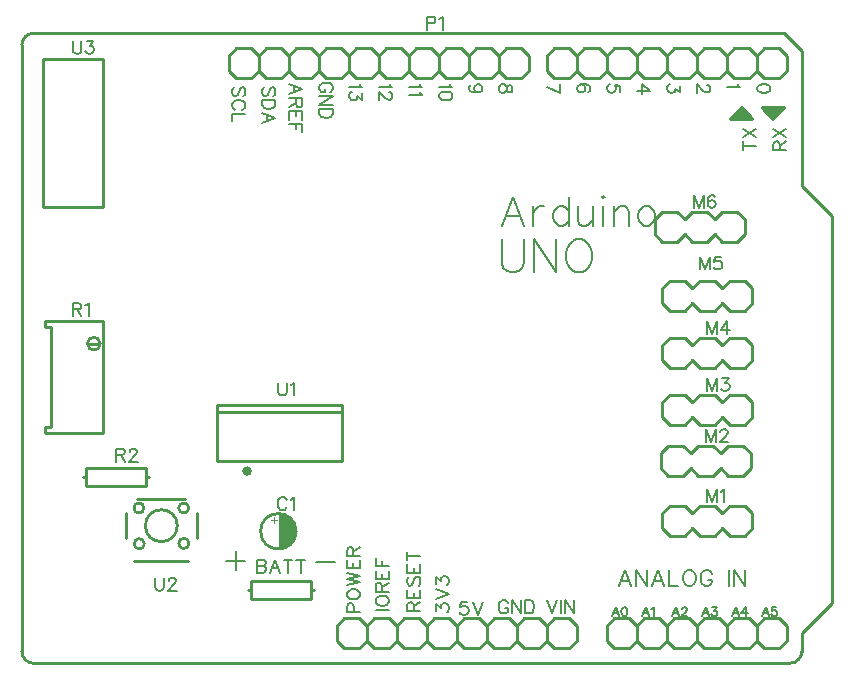
<source format=gto>
G04 Layer: TopSilkscreenLayer*
G04 EasyEDA v6.5.22, 2023-01-09 20:04:38*
G04 76fc7cb04a654140b8b759559db01802,79e341a08f52490f8cd84a0f7bb9d38b,10*
G04 Gerber Generator version 0.2*
G04 Scale: 100 percent, Rotated: No, Reflected: No *
G04 Dimensions in millimeters *
G04 leading zeros omitted , absolute positions ,4 integer and 5 decimal *
%FSLAX45Y45*%
%MOMM*%

%ADD10C,0.2032*%
%ADD11C,0.1524*%
%ADD12C,0.2540*%
%ADD13C,0.2540*%
%ADD14C,0.3048*%
%ADD15C,0.0800*%
%ADD16C,0.4000*%
%ADD17C,0.0177*%

%LPD*%
D10*
X2559558Y2031492D02*
G01*
X2559558Y1865376D01*
X2476500Y1948434D02*
G01*
X2642870Y1948434D01*
X3238500Y1935734D02*
G01*
X3404870Y1935734D01*
D11*
X2743200Y1956815D02*
G01*
X2743200Y1847850D01*
X2743200Y1956815D02*
G01*
X2789936Y1956815D01*
X2805429Y1951736D01*
X2810763Y1946402D01*
X2815843Y1935987D01*
X2815843Y1925573D01*
X2810763Y1915160D01*
X2805429Y1910079D01*
X2789936Y1905000D01*
X2743200Y1905000D02*
G01*
X2789936Y1905000D01*
X2805429Y1899665D01*
X2810763Y1894586D01*
X2815843Y1884171D01*
X2815843Y1868423D01*
X2810763Y1858010D01*
X2805429Y1852929D01*
X2789936Y1847850D01*
X2743200Y1847850D01*
X2891790Y1956815D02*
G01*
X2850134Y1847850D01*
X2891790Y1956815D02*
G01*
X2933445Y1847850D01*
X2865881Y1884171D02*
G01*
X2917697Y1884171D01*
X3004058Y1956815D02*
G01*
X3004058Y1847850D01*
X2967736Y1956815D02*
G01*
X3040379Y1956815D01*
X3110991Y1956815D02*
G01*
X3110991Y1847850D01*
X3074670Y1956815D02*
G01*
X3147313Y1956815D01*
X6553200Y2553715D02*
G01*
X6553200Y2444750D01*
X6553200Y2553715D02*
G01*
X6594856Y2444750D01*
X6636258Y2553715D02*
G01*
X6594856Y2444750D01*
X6636258Y2553715D02*
G01*
X6636258Y2444750D01*
X6670547Y2532887D02*
G01*
X6680961Y2538221D01*
X6696709Y2553715D01*
X6696709Y2444750D01*
X6540500Y3061715D02*
G01*
X6540500Y2952750D01*
X6540500Y3061715D02*
G01*
X6582156Y2952750D01*
X6623558Y3061715D02*
G01*
X6582156Y2952750D01*
X6623558Y3061715D02*
G01*
X6623558Y2952750D01*
X6663181Y3035807D02*
G01*
X6663181Y3040887D01*
X6668261Y3051302D01*
X6673595Y3056636D01*
X6684009Y3061715D01*
X6704584Y3061715D01*
X6714997Y3056636D01*
X6720331Y3051302D01*
X6725411Y3040887D01*
X6725411Y3030473D01*
X6720331Y3020060D01*
X6709918Y3004565D01*
X6657847Y2952750D01*
X6730745Y2952750D01*
X6553200Y3493515D02*
G01*
X6553200Y3384550D01*
X6553200Y3493515D02*
G01*
X6594856Y3384550D01*
X6636258Y3493515D02*
G01*
X6594856Y3384550D01*
X6636258Y3493515D02*
G01*
X6636258Y3384550D01*
X6680961Y3493515D02*
G01*
X6738111Y3493515D01*
X6706870Y3451860D01*
X6722618Y3451860D01*
X6733031Y3446779D01*
X6738111Y3441700D01*
X6743445Y3425952D01*
X6743445Y3415537D01*
X6738111Y3400044D01*
X6727697Y3389629D01*
X6712204Y3384550D01*
X6696709Y3384550D01*
X6680961Y3389629D01*
X6675881Y3394710D01*
X6670547Y3405123D01*
X6553200Y3976115D02*
G01*
X6553200Y3867150D01*
X6553200Y3976115D02*
G01*
X6594856Y3867150D01*
X6636258Y3976115D02*
G01*
X6594856Y3867150D01*
X6636258Y3976115D02*
G01*
X6636258Y3867150D01*
X6722618Y3976115D02*
G01*
X6670547Y3903471D01*
X6748525Y3903471D01*
X6722618Y3976115D02*
G01*
X6722618Y3867150D01*
X6489700Y4523231D02*
G01*
X6489700Y4414265D01*
X6489700Y4523231D02*
G01*
X6531356Y4414265D01*
X6572758Y4523231D02*
G01*
X6531356Y4414265D01*
X6572758Y4523231D02*
G01*
X6572758Y4414265D01*
X6669531Y4523231D02*
G01*
X6617461Y4523231D01*
X6612381Y4476495D01*
X6617461Y4481576D01*
X6633209Y4486910D01*
X6648704Y4486910D01*
X6664197Y4481576D01*
X6674611Y4471415D01*
X6679945Y4455668D01*
X6679945Y4445254D01*
X6674611Y4429760D01*
X6664197Y4419345D01*
X6648704Y4414265D01*
X6633209Y4414265D01*
X6617461Y4419345D01*
X6612381Y4424426D01*
X6607047Y4434839D01*
X6438900Y5042915D02*
G01*
X6438900Y4933950D01*
X6438900Y5042915D02*
G01*
X6480556Y4933950D01*
X6521958Y5042915D02*
G01*
X6480556Y4933950D01*
X6521958Y5042915D02*
G01*
X6521958Y4933950D01*
X6618731Y5027421D02*
G01*
X6613397Y5037836D01*
X6597904Y5042915D01*
X6587490Y5042915D01*
X6571995Y5037836D01*
X6561581Y5022087D01*
X6556247Y4996179D01*
X6556247Y4970271D01*
X6561581Y4949444D01*
X6571995Y4939029D01*
X6587490Y4933950D01*
X6592570Y4933950D01*
X6608318Y4939029D01*
X6618731Y4949444D01*
X6623811Y4964937D01*
X6623811Y4970271D01*
X6618731Y4985765D01*
X6608318Y4996179D01*
X6592570Y5001260D01*
X6587490Y5001260D01*
X6571995Y4996179D01*
X6561581Y4985765D01*
X6556247Y4970271D01*
X4178300Y6554228D02*
G01*
X4178300Y6445262D01*
X4178300Y6554228D02*
G01*
X4225036Y6554228D01*
X4240529Y6549148D01*
X4245863Y6543814D01*
X4250943Y6533400D01*
X4250943Y6517906D01*
X4245863Y6507492D01*
X4240529Y6502412D01*
X4225036Y6497078D01*
X4178300Y6497078D01*
X4285234Y6533400D02*
G01*
X4295647Y6538734D01*
X4311395Y6554228D01*
X4311395Y6445262D01*
X4521454Y1600466D02*
G01*
X4468368Y1600466D01*
X4463034Y1552714D01*
X4468368Y1558048D01*
X4484370Y1563382D01*
X4500118Y1563382D01*
X4516120Y1558048D01*
X4526788Y1547380D01*
X4532122Y1531378D01*
X4532122Y1520710D01*
X4526788Y1504962D01*
X4516120Y1494294D01*
X4500118Y1488960D01*
X4484370Y1488960D01*
X4468368Y1494294D01*
X4463034Y1499628D01*
X4457700Y1510042D01*
X4567174Y1600466D02*
G01*
X4609591Y1488960D01*
X4652009Y1600466D02*
G01*
X4609591Y1488960D01*
X5775706Y1552968D02*
G01*
X5748020Y1480070D01*
X5775706Y1552968D02*
G01*
X5803391Y1480070D01*
X5758434Y1504454D02*
G01*
X5792977Y1504454D01*
X5847079Y1552968D02*
G01*
X5836665Y1549412D01*
X5829808Y1538998D01*
X5826252Y1521726D01*
X5826252Y1511312D01*
X5829808Y1494040D01*
X5836665Y1483626D01*
X5847079Y1480070D01*
X5853938Y1480070D01*
X5864352Y1483626D01*
X5871209Y1494040D01*
X5874765Y1511312D01*
X5874765Y1521726D01*
X5871209Y1538998D01*
X5864352Y1549412D01*
X5853938Y1552968D01*
X5847079Y1552968D01*
X5855715Y1868182D02*
G01*
X5803900Y1732546D01*
X5855715Y1868182D02*
G01*
X5907277Y1732546D01*
X5823204Y1777758D02*
G01*
X5887974Y1777758D01*
X5949950Y1868182D02*
G01*
X5949950Y1732546D01*
X5949950Y1868182D02*
G01*
X6040627Y1732546D01*
X6040627Y1868182D02*
G01*
X6040627Y1732546D01*
X6134861Y1868182D02*
G01*
X6083300Y1732546D01*
X6134861Y1868182D02*
G01*
X6186677Y1732546D01*
X6102604Y1777758D02*
G01*
X6167374Y1777758D01*
X6229350Y1868182D02*
G01*
X6229350Y1732546D01*
X6229350Y1732546D02*
G01*
X6306820Y1732546D01*
X6388354Y1868182D02*
G01*
X6375400Y1861832D01*
X6362445Y1848878D01*
X6356095Y1835924D01*
X6349491Y1816620D01*
X6349491Y1784362D01*
X6356095Y1764804D01*
X6362445Y1751850D01*
X6375400Y1738896D01*
X6388354Y1732546D01*
X6414261Y1732546D01*
X6427215Y1738896D01*
X6440170Y1751850D01*
X6446520Y1764804D01*
X6453124Y1784362D01*
X6453124Y1816620D01*
X6446520Y1835924D01*
X6440170Y1848878D01*
X6427215Y1861832D01*
X6414261Y1868182D01*
X6388354Y1868182D01*
X6592570Y1835924D02*
G01*
X6586220Y1848878D01*
X6573265Y1861832D01*
X6560311Y1868182D01*
X6534404Y1868182D01*
X6521450Y1861832D01*
X6508750Y1848878D01*
X6502145Y1835924D01*
X6495795Y1816620D01*
X6495795Y1784362D01*
X6502145Y1764804D01*
X6508750Y1751850D01*
X6521450Y1738896D01*
X6534404Y1732546D01*
X6560311Y1732546D01*
X6573265Y1738896D01*
X6586220Y1751850D01*
X6592570Y1764804D01*
X6592570Y1784362D01*
X6560311Y1784362D02*
G01*
X6592570Y1784362D01*
X6734809Y1868182D02*
G01*
X6734809Y1732546D01*
X6777481Y1868182D02*
G01*
X6777481Y1732546D01*
X6777481Y1868182D02*
G01*
X6868159Y1732546D01*
X6868159Y1868182D02*
G01*
X6868159Y1732546D01*
X4905756Y5027942D02*
G01*
X4813300Y4785626D01*
X4905756Y5027942D02*
G01*
X4997958Y4785626D01*
X4847843Y4866398D02*
G01*
X4963413Y4866398D01*
X5074158Y4947170D02*
G01*
X5074158Y4785626D01*
X5074158Y4878082D02*
G01*
X5085841Y4912626D01*
X5108956Y4935740D01*
X5132070Y4947170D01*
X5166613Y4947170D01*
X5381243Y5027942D02*
G01*
X5381243Y4785626D01*
X5381243Y4912626D02*
G01*
X5358129Y4935740D01*
X5335270Y4947170D01*
X5300472Y4947170D01*
X5277358Y4935740D01*
X5254243Y4912626D01*
X5242813Y4878082D01*
X5242813Y4854968D01*
X5254243Y4820170D01*
X5277358Y4797056D01*
X5300472Y4785626D01*
X5335270Y4785626D01*
X5358129Y4797056D01*
X5381243Y4820170D01*
X5457443Y4947170D02*
G01*
X5457443Y4831854D01*
X5469127Y4797056D01*
X5492241Y4785626D01*
X5526786Y4785626D01*
X5549900Y4797056D01*
X5584443Y4831854D01*
X5584443Y4947170D02*
G01*
X5584443Y4785626D01*
X5660643Y5027942D02*
G01*
X5672327Y5016512D01*
X5683758Y5027942D01*
X5672327Y5039626D01*
X5660643Y5027942D01*
X5672327Y4947170D02*
G01*
X5672327Y4785626D01*
X5759958Y4947170D02*
G01*
X5759958Y4785626D01*
X5759958Y4900942D02*
G01*
X5794756Y4935740D01*
X5817870Y4947170D01*
X5852413Y4947170D01*
X5875527Y4935740D01*
X5886958Y4900942D01*
X5886958Y4785626D01*
X6021070Y4947170D02*
G01*
X5997956Y4935740D01*
X5974841Y4912626D01*
X5963158Y4878082D01*
X5963158Y4854968D01*
X5974841Y4820170D01*
X5997956Y4797056D01*
X6021070Y4785626D01*
X6055613Y4785626D01*
X6078727Y4797056D01*
X6101841Y4820170D01*
X6113272Y4854968D01*
X6113272Y4878082D01*
X6101841Y4912626D01*
X6078727Y4935740D01*
X6055613Y4947170D01*
X6021070Y4947170D01*
X3124454Y5939294D02*
G01*
X3012947Y5981712D01*
X3124454Y5939294D02*
G01*
X3012947Y5896622D01*
X3050031Y5965710D02*
G01*
X3050031Y5912624D01*
X3124454Y5861570D02*
G01*
X3012947Y5861570D01*
X3124454Y5861570D02*
G01*
X3124454Y5813818D01*
X3119120Y5798070D01*
X3113786Y5792736D01*
X3103118Y5787402D01*
X3092450Y5787402D01*
X3082036Y5792736D01*
X3076702Y5798070D01*
X3071368Y5813818D01*
X3071368Y5861570D01*
X3071368Y5824486D02*
G01*
X3012947Y5787402D01*
X3124454Y5752350D02*
G01*
X3012947Y5752350D01*
X3124454Y5752350D02*
G01*
X3124454Y5683262D01*
X3071368Y5752350D02*
G01*
X3071368Y5709678D01*
X3012947Y5752350D02*
G01*
X3012947Y5683262D01*
X3124454Y5648210D02*
G01*
X3012947Y5648210D01*
X3124454Y5648210D02*
G01*
X3124454Y5579122D01*
X3071368Y5648210D02*
G01*
X3071368Y5605792D01*
X3354324Y5914656D02*
G01*
X3364991Y5919990D01*
X3375659Y5930658D01*
X3380993Y5941326D01*
X3380993Y5962662D01*
X3375659Y5973076D01*
X3364991Y5983744D01*
X3354324Y5989078D01*
X3338575Y5994412D01*
X3311906Y5994412D01*
X3295904Y5989078D01*
X3285490Y5983744D01*
X3274822Y5973076D01*
X3269488Y5962662D01*
X3269488Y5941326D01*
X3274822Y5930658D01*
X3285490Y5919990D01*
X3295904Y5914656D01*
X3311906Y5914656D01*
X3311906Y5941326D02*
G01*
X3311906Y5914656D01*
X3380993Y5879604D02*
G01*
X3269488Y5879604D01*
X3380993Y5879604D02*
G01*
X3269488Y5805436D01*
X3380993Y5805436D02*
G01*
X3269488Y5805436D01*
X3380993Y5770384D02*
G01*
X3269488Y5770384D01*
X3380993Y5770384D02*
G01*
X3380993Y5733046D01*
X3375659Y5717298D01*
X3364991Y5706630D01*
X3354324Y5701296D01*
X3338575Y5695962D01*
X3311906Y5695962D01*
X3295904Y5701296D01*
X3285490Y5706630D01*
X3274822Y5717298D01*
X3269488Y5733046D01*
X3269488Y5770384D01*
X6857745Y5459996D02*
G01*
X6969252Y5459996D01*
X6857745Y5422912D02*
G01*
X6857745Y5497334D01*
X6857745Y5532386D02*
G01*
X6969252Y5606554D01*
X6857745Y5606554D02*
G01*
X6969252Y5532386D01*
X7111745Y5422912D02*
G01*
X7223252Y5422912D01*
X7111745Y5422912D02*
G01*
X7111745Y5470664D01*
X7117079Y5486666D01*
X7122413Y5492000D01*
X7133081Y5497334D01*
X7143750Y5497334D01*
X7154163Y5492000D01*
X7159497Y5486666D01*
X7164831Y5470664D01*
X7164831Y5422912D01*
X7164831Y5459996D02*
G01*
X7223252Y5497334D01*
X7111745Y5532386D02*
G01*
X7223252Y5606554D01*
X7111745Y5606554D02*
G01*
X7223252Y5532386D01*
X4813300Y4667770D02*
G01*
X4813300Y4468634D01*
X4826508Y4428756D01*
X4853177Y4402340D01*
X4893056Y4389132D01*
X4919472Y4389132D01*
X4959350Y4402340D01*
X4986020Y4428756D01*
X4999227Y4468634D01*
X4999227Y4667770D01*
X5086858Y4667770D02*
G01*
X5086858Y4389132D01*
X5086858Y4667770D02*
G01*
X5272786Y4389132D01*
X5272786Y4667770D02*
G01*
X5272786Y4389132D01*
X5439918Y4667770D02*
G01*
X5413502Y4654562D01*
X5386831Y4627892D01*
X5373624Y4601476D01*
X5360415Y4561598D01*
X5360415Y4495304D01*
X5373624Y4455426D01*
X5386831Y4428756D01*
X5413502Y4402340D01*
X5439918Y4389132D01*
X5493004Y4389132D01*
X5519674Y4402340D01*
X5546090Y4428756D01*
X5559552Y4455426D01*
X5572759Y4495304D01*
X5572759Y4561598D01*
X5559552Y4601476D01*
X5546090Y4627892D01*
X5519674Y4654562D01*
X5493004Y4667770D01*
X5439918Y4667770D01*
X4012945Y1524012D02*
G01*
X4124452Y1524012D01*
X4012945Y1524012D02*
G01*
X4012945Y1571764D01*
X4018279Y1587766D01*
X4023613Y1593100D01*
X4034281Y1598434D01*
X4044950Y1598434D01*
X4055363Y1593100D01*
X4060697Y1587766D01*
X4066031Y1571764D01*
X4066031Y1524012D01*
X4066031Y1561096D02*
G01*
X4124452Y1598434D01*
X4012945Y1633486D02*
G01*
X4124452Y1633486D01*
X4012945Y1633486D02*
G01*
X4012945Y1702574D01*
X4066031Y1633486D02*
G01*
X4066031Y1675904D01*
X4124452Y1633486D02*
G01*
X4124452Y1702574D01*
X4028947Y1811794D02*
G01*
X4018279Y1801126D01*
X4012945Y1785378D01*
X4012945Y1764042D01*
X4018279Y1748040D01*
X4028947Y1737626D01*
X4039615Y1737626D01*
X4050029Y1742706D01*
X4055363Y1748040D01*
X4060697Y1758708D01*
X4071365Y1790712D01*
X4076700Y1801126D01*
X4082034Y1806460D01*
X4092702Y1811794D01*
X4108450Y1811794D01*
X4119118Y1801126D01*
X4124452Y1785378D01*
X4124452Y1764042D01*
X4119118Y1748040D01*
X4108450Y1737626D01*
X4012945Y1846846D02*
G01*
X4124452Y1846846D01*
X4012945Y1846846D02*
G01*
X4012945Y1915934D01*
X4066031Y1846846D02*
G01*
X4066031Y1889518D01*
X4124452Y1846846D02*
G01*
X4124452Y1915934D01*
X4012945Y1988070D02*
G01*
X4124452Y1988070D01*
X4012945Y1950986D02*
G01*
X4012945Y2025408D01*
X4254500Y1522996D02*
G01*
X4254500Y1581416D01*
X4296918Y1549412D01*
X4296918Y1565414D01*
X4302252Y1576082D01*
X4307586Y1581416D01*
X4323588Y1586750D01*
X4334256Y1586750D01*
X4350004Y1581416D01*
X4360672Y1570748D01*
X4366006Y1554746D01*
X4366006Y1538998D01*
X4360672Y1522996D01*
X4355338Y1517662D01*
X4344924Y1512328D01*
X4254500Y1621802D02*
G01*
X4366006Y1664220D01*
X4254500Y1706638D02*
G01*
X4366006Y1664220D01*
X4254500Y1752358D02*
G01*
X4254500Y1810778D01*
X4296918Y1779028D01*
X4296918Y1794776D01*
X4302252Y1805444D01*
X4307586Y1810778D01*
X4323588Y1816112D01*
X4334256Y1816112D01*
X4350004Y1810778D01*
X4360672Y1800110D01*
X4366006Y1784362D01*
X4366006Y1768360D01*
X4360672Y1752358D01*
X4355338Y1747024D01*
X4344924Y1741690D01*
X6029706Y1552968D02*
G01*
X6002020Y1480070D01*
X6029706Y1552968D02*
G01*
X6057391Y1480070D01*
X6012434Y1504454D02*
G01*
X6046977Y1504454D01*
X6080252Y1538998D02*
G01*
X6087109Y1542554D01*
X6097524Y1552968D01*
X6097524Y1480070D01*
X6283706Y1552968D02*
G01*
X6256020Y1480070D01*
X6283706Y1552968D02*
G01*
X6311391Y1480070D01*
X6266434Y1504454D02*
G01*
X6300977Y1504454D01*
X6337808Y1535442D02*
G01*
X6337808Y1538998D01*
X6341109Y1545856D01*
X6344665Y1549412D01*
X6351524Y1552968D01*
X6365493Y1552968D01*
X6372352Y1549412D01*
X6375908Y1545856D01*
X6379209Y1538998D01*
X6379209Y1532140D01*
X6375908Y1525282D01*
X6369050Y1514868D01*
X6334252Y1480070D01*
X6382765Y1480070D01*
X6537706Y1552968D02*
G01*
X6510020Y1480070D01*
X6537706Y1552968D02*
G01*
X6565391Y1480070D01*
X6520434Y1504454D02*
G01*
X6554977Y1504454D01*
X6595109Y1552968D02*
G01*
X6633209Y1552968D01*
X6612636Y1525282D01*
X6623050Y1525282D01*
X6629908Y1521726D01*
X6633209Y1518170D01*
X6636765Y1507756D01*
X6636765Y1500898D01*
X6633209Y1490484D01*
X6626352Y1483626D01*
X6615938Y1480070D01*
X6605524Y1480070D01*
X6595109Y1483626D01*
X6591808Y1487182D01*
X6588252Y1494040D01*
X6791706Y1552968D02*
G01*
X6764020Y1480070D01*
X6791706Y1552968D02*
G01*
X6819391Y1480070D01*
X6774434Y1504454D02*
G01*
X6808977Y1504454D01*
X6877050Y1552968D02*
G01*
X6842252Y1504454D01*
X6894322Y1504454D01*
X6877050Y1552968D02*
G01*
X6877050Y1480070D01*
X7045706Y1552968D02*
G01*
X7018020Y1480070D01*
X7045706Y1552968D02*
G01*
X7073391Y1480070D01*
X7028434Y1504454D02*
G01*
X7062977Y1504454D01*
X7137908Y1552968D02*
G01*
X7103109Y1552968D01*
X7099808Y1521726D01*
X7103109Y1525282D01*
X7113524Y1528584D01*
X7123938Y1528584D01*
X7134352Y1525282D01*
X7141209Y1518170D01*
X7144765Y1507756D01*
X7144765Y1500898D01*
X7141209Y1490484D01*
X7134352Y1483626D01*
X7123938Y1480070D01*
X7113524Y1480070D01*
X7103109Y1483626D01*
X7099808Y1487182D01*
X7096252Y1494040D01*
X5194300Y1612912D02*
G01*
X5236718Y1501406D01*
X5279390Y1612912D02*
G01*
X5236718Y1501406D01*
X5314441Y1612912D02*
G01*
X5314441Y1501406D01*
X5349493Y1612912D02*
G01*
X5349493Y1501406D01*
X5349493Y1612912D02*
G01*
X5423661Y1501406D01*
X5423661Y1612912D02*
G01*
X5423661Y1501406D01*
X4867656Y1586242D02*
G01*
X4862322Y1596910D01*
X4851654Y1607578D01*
X4840986Y1612912D01*
X4819650Y1612912D01*
X4809236Y1607578D01*
X4798568Y1596910D01*
X4793234Y1586242D01*
X4787900Y1570494D01*
X4787900Y1543824D01*
X4793234Y1527822D01*
X4798568Y1517408D01*
X4809236Y1506740D01*
X4819650Y1501406D01*
X4840986Y1501406D01*
X4851654Y1506740D01*
X4862322Y1517408D01*
X4867656Y1527822D01*
X4867656Y1543824D01*
X4840986Y1543824D02*
G01*
X4867656Y1543824D01*
X4902708Y1612912D02*
G01*
X4902708Y1501406D01*
X4902708Y1612912D02*
G01*
X4976875Y1501406D01*
X4976875Y1612912D02*
G01*
X4976875Y1501406D01*
X5011927Y1612912D02*
G01*
X5011927Y1501406D01*
X5011927Y1612912D02*
G01*
X5049265Y1612912D01*
X5065013Y1607578D01*
X5075681Y1596910D01*
X5081015Y1586242D01*
X5086350Y1570494D01*
X5086350Y1543824D01*
X5081015Y1527822D01*
X5075681Y1517408D01*
X5065013Y1506740D01*
X5049265Y1501406D01*
X5011927Y1501406D01*
X3611118Y5981712D02*
G01*
X3616452Y5971044D01*
X3632454Y5955042D01*
X3520947Y5955042D01*
X3632454Y5909576D02*
G01*
X3632454Y5851156D01*
X3590036Y5882906D01*
X3590036Y5866904D01*
X3584702Y5856490D01*
X3579368Y5851156D01*
X3563365Y5845822D01*
X3552697Y5845822D01*
X3536950Y5851156D01*
X3526281Y5861570D01*
X3520947Y5877572D01*
X3520947Y5893574D01*
X3526281Y5909576D01*
X3531615Y5914910D01*
X3542029Y5919990D01*
X3865118Y5981712D02*
G01*
X3870452Y5971044D01*
X3886454Y5955042D01*
X3774947Y5955042D01*
X3859784Y5914910D02*
G01*
X3865118Y5914910D01*
X3875786Y5909576D01*
X3881120Y5904242D01*
X3886454Y5893574D01*
X3886454Y5872238D01*
X3881120Y5861570D01*
X3875786Y5856490D01*
X3865118Y5851156D01*
X3854450Y5851156D01*
X3844036Y5856490D01*
X3828034Y5866904D01*
X3774947Y5919990D01*
X3774947Y5845822D01*
X4119118Y5981712D02*
G01*
X4124452Y5971044D01*
X4140454Y5955042D01*
X4028947Y5955042D01*
X4119118Y5919990D02*
G01*
X4124452Y5909576D01*
X4140454Y5893574D01*
X4028947Y5893574D01*
X4373118Y5981712D02*
G01*
X4378452Y5971044D01*
X4394454Y5955042D01*
X4282947Y5955042D01*
X4394454Y5888240D02*
G01*
X4389120Y5904242D01*
X4373118Y5914910D01*
X4346702Y5919990D01*
X4330700Y5919990D01*
X4304029Y5914910D01*
X4288281Y5904242D01*
X4282947Y5888240D01*
X4282947Y5877572D01*
X4288281Y5861570D01*
X4304029Y5851156D01*
X4330700Y5845822D01*
X4346702Y5845822D01*
X4373118Y5851156D01*
X4389120Y5861570D01*
X4394454Y5877572D01*
X4394454Y5888240D01*
X4611370Y5912624D02*
G01*
X4595368Y5917958D01*
X4584700Y5928626D01*
X4579365Y5944628D01*
X4579365Y5949962D01*
X4584700Y5965710D01*
X4595368Y5976378D01*
X4611370Y5981712D01*
X4616450Y5981712D01*
X4632452Y5976378D01*
X4643120Y5965710D01*
X4648454Y5949962D01*
X4648454Y5944628D01*
X4643120Y5928626D01*
X4632452Y5917958D01*
X4611370Y5912624D01*
X4584700Y5912624D01*
X4558029Y5917958D01*
X4542281Y5928626D01*
X4536947Y5944628D01*
X4536947Y5955042D01*
X4542281Y5971044D01*
X4552950Y5976378D01*
X4902454Y5955042D02*
G01*
X4897120Y5971044D01*
X4886452Y5976378D01*
X4875784Y5976378D01*
X4865370Y5971044D01*
X4860036Y5960376D01*
X4854702Y5939294D01*
X4849368Y5923292D01*
X4838700Y5912624D01*
X4828031Y5907290D01*
X4812029Y5907290D01*
X4801615Y5912624D01*
X4796281Y5917958D01*
X4790947Y5933960D01*
X4790947Y5955042D01*
X4796281Y5971044D01*
X4801615Y5976378D01*
X4812029Y5981712D01*
X4828031Y5981712D01*
X4838700Y5976378D01*
X4849368Y5965710D01*
X4854702Y5949962D01*
X4860036Y5928626D01*
X4865370Y5917958D01*
X4875784Y5912624D01*
X4886452Y5912624D01*
X4897120Y5917958D01*
X4902454Y5933960D01*
X4902454Y5955042D01*
X5308854Y5907290D02*
G01*
X5197347Y5960376D01*
X5308854Y5981712D02*
G01*
X5308854Y5907290D01*
X5546852Y5917958D02*
G01*
X5557520Y5923292D01*
X5562854Y5939294D01*
X5562854Y5949962D01*
X5557520Y5965710D01*
X5541518Y5976378D01*
X5515102Y5981712D01*
X5488431Y5981712D01*
X5467350Y5976378D01*
X5456681Y5965710D01*
X5451347Y5949962D01*
X5451347Y5944628D01*
X5456681Y5928626D01*
X5467350Y5917958D01*
X5483097Y5912624D01*
X5488431Y5912624D01*
X5504434Y5917958D01*
X5515102Y5928626D01*
X5520436Y5944628D01*
X5520436Y5949962D01*
X5515102Y5965710D01*
X5504434Y5976378D01*
X5488431Y5981712D01*
X5816854Y5917958D02*
G01*
X5816854Y5971044D01*
X5769102Y5976378D01*
X5774436Y5971044D01*
X5779770Y5955042D01*
X5779770Y5939294D01*
X5774436Y5923292D01*
X5763768Y5912624D01*
X5747765Y5907290D01*
X5737097Y5907290D01*
X5721350Y5912624D01*
X5710681Y5923292D01*
X5705347Y5939294D01*
X5705347Y5955042D01*
X5710681Y5971044D01*
X5716015Y5976378D01*
X5726429Y5981712D01*
X6070854Y5928626D02*
G01*
X5996431Y5981712D01*
X5996431Y5901956D01*
X6070854Y5928626D02*
G01*
X5959347Y5928626D01*
X6324854Y5971044D02*
G01*
X6324854Y5912624D01*
X6282436Y5944628D01*
X6282436Y5928626D01*
X6277102Y5917958D01*
X6271768Y5912624D01*
X6255765Y5907290D01*
X6245097Y5907290D01*
X6229350Y5912624D01*
X6218681Y5923292D01*
X6213347Y5939294D01*
X6213347Y5955042D01*
X6218681Y5971044D01*
X6224015Y5976378D01*
X6234429Y5981712D01*
X6552184Y5976378D02*
G01*
X6557518Y5976378D01*
X6568186Y5971044D01*
X6573520Y5965710D01*
X6578854Y5955042D01*
X6578854Y5933960D01*
X6573520Y5923292D01*
X6568186Y5917958D01*
X6557518Y5912624D01*
X6546850Y5912624D01*
X6536436Y5917958D01*
X6520434Y5928626D01*
X6467347Y5981712D01*
X6467347Y5907290D01*
X6811518Y5981712D02*
G01*
X6816852Y5971044D01*
X6832854Y5955042D01*
X6721347Y5955042D01*
X7086854Y5949962D02*
G01*
X7081520Y5965710D01*
X7065518Y5976378D01*
X7039102Y5981712D01*
X7023100Y5981712D01*
X6996429Y5976378D01*
X6980681Y5965710D01*
X6975347Y5949962D01*
X6975347Y5939294D01*
X6980681Y5923292D01*
X6996429Y5912624D01*
X7023100Y5907290D01*
X7039102Y5907290D01*
X7065518Y5912624D01*
X7081520Y5923292D01*
X7086854Y5939294D01*
X7086854Y5949962D01*
X3746500Y1530870D02*
G01*
X3858006Y1530870D01*
X3746500Y1597672D02*
G01*
X3751834Y1587258D01*
X3762502Y1576590D01*
X3773170Y1571256D01*
X3788918Y1565922D01*
X3815588Y1565922D01*
X3831590Y1571256D01*
X3842004Y1576590D01*
X3852672Y1587258D01*
X3858006Y1597672D01*
X3858006Y1619008D01*
X3852672Y1629676D01*
X3842004Y1640344D01*
X3831590Y1645678D01*
X3815588Y1651012D01*
X3788918Y1651012D01*
X3773170Y1645678D01*
X3762502Y1640344D01*
X3751834Y1629676D01*
X3746500Y1619008D01*
X3746500Y1597672D01*
X3746500Y1686064D02*
G01*
X3858006Y1686064D01*
X3746500Y1686064D02*
G01*
X3746500Y1733816D01*
X3751834Y1749564D01*
X3757168Y1754898D01*
X3767836Y1760232D01*
X3778504Y1760232D01*
X3788918Y1754898D01*
X3794252Y1749564D01*
X3799586Y1733816D01*
X3799586Y1686064D01*
X3799586Y1723148D02*
G01*
X3858006Y1760232D01*
X3746500Y1795284D02*
G01*
X3858006Y1795284D01*
X3746500Y1795284D02*
G01*
X3746500Y1864372D01*
X3799586Y1795284D02*
G01*
X3799586Y1837956D01*
X3858006Y1795284D02*
G01*
X3858006Y1864372D01*
X3746500Y1899424D02*
G01*
X3858006Y1899424D01*
X3746500Y1899424D02*
G01*
X3746500Y1968512D01*
X3799586Y1899424D02*
G01*
X3799586Y1941842D01*
X2879852Y5881890D02*
G01*
X2890520Y5892558D01*
X2895854Y5908560D01*
X2895854Y5929642D01*
X2890520Y5945644D01*
X2879852Y5956312D01*
X2869184Y5956312D01*
X2858770Y5950978D01*
X2853436Y5945644D01*
X2848102Y5934976D01*
X2837434Y5903226D01*
X2832100Y5892558D01*
X2826765Y5887224D01*
X2816097Y5881890D01*
X2800350Y5881890D01*
X2789681Y5892558D01*
X2784347Y5908560D01*
X2784347Y5929642D01*
X2789681Y5945644D01*
X2800350Y5956312D01*
X2895854Y5846838D02*
G01*
X2784347Y5846838D01*
X2895854Y5846838D02*
G01*
X2895854Y5809754D01*
X2890520Y5793752D01*
X2879852Y5783084D01*
X2869184Y5777750D01*
X2853436Y5772670D01*
X2826765Y5772670D01*
X2810763Y5777750D01*
X2800350Y5783084D01*
X2789681Y5793752D01*
X2784347Y5809754D01*
X2784347Y5846838D01*
X2895854Y5694946D02*
G01*
X2784347Y5737618D01*
X2895854Y5694946D02*
G01*
X2784347Y5652528D01*
X2821431Y5721616D02*
G01*
X2821431Y5668530D01*
X2625852Y5881890D02*
G01*
X2636520Y5892558D01*
X2641854Y5908560D01*
X2641854Y5929642D01*
X2636520Y5945644D01*
X2625852Y5956312D01*
X2615184Y5956312D01*
X2604770Y5950978D01*
X2599436Y5945644D01*
X2594102Y5934976D01*
X2583434Y5903226D01*
X2578100Y5892558D01*
X2572765Y5887224D01*
X2562097Y5881890D01*
X2546350Y5881890D01*
X2535681Y5892558D01*
X2530347Y5908560D01*
X2530347Y5929642D01*
X2535681Y5945644D01*
X2546350Y5956312D01*
X2615184Y5767336D02*
G01*
X2625852Y5772670D01*
X2636520Y5783084D01*
X2641854Y5793752D01*
X2641854Y5815088D01*
X2636520Y5825756D01*
X2625852Y5836170D01*
X2615184Y5841504D01*
X2599436Y5846838D01*
X2572765Y5846838D01*
X2556763Y5841504D01*
X2546350Y5836170D01*
X2535681Y5825756D01*
X2530347Y5815088D01*
X2530347Y5793752D01*
X2535681Y5783084D01*
X2546350Y5772670D01*
X2556763Y5767336D01*
X2641854Y5732284D02*
G01*
X2530347Y5732284D01*
X2530347Y5732284D02*
G01*
X2530347Y5668530D01*
X3501897Y1511312D02*
G01*
X3613404Y1511312D01*
X3501897Y1511312D02*
G01*
X3501897Y1559064D01*
X3507231Y1575066D01*
X3512565Y1580400D01*
X3523234Y1585734D01*
X3538981Y1585734D01*
X3549650Y1580400D01*
X3554984Y1575066D01*
X3560318Y1559064D01*
X3560318Y1511312D01*
X3501897Y1652536D02*
G01*
X3507231Y1641868D01*
X3517900Y1631454D01*
X3528568Y1626120D01*
X3544315Y1620786D01*
X3570986Y1620786D01*
X3586988Y1626120D01*
X3597402Y1631454D01*
X3608070Y1641868D01*
X3613404Y1652536D01*
X3613404Y1673872D01*
X3608070Y1684540D01*
X3597402Y1694954D01*
X3586988Y1700288D01*
X3570986Y1705622D01*
X3544315Y1705622D01*
X3528568Y1700288D01*
X3517900Y1694954D01*
X3507231Y1684540D01*
X3501897Y1673872D01*
X3501897Y1652536D01*
X3501897Y1740674D02*
G01*
X3613404Y1767344D01*
X3501897Y1793760D02*
G01*
X3613404Y1767344D01*
X3501897Y1793760D02*
G01*
X3613404Y1820430D01*
X3501897Y1846846D02*
G01*
X3613404Y1820430D01*
X3501897Y1881898D02*
G01*
X3613404Y1881898D01*
X3501897Y1881898D02*
G01*
X3501897Y1950986D01*
X3554984Y1881898D02*
G01*
X3554984Y1924570D01*
X3613404Y1881898D02*
G01*
X3613404Y1950986D01*
X3501897Y1986038D02*
G01*
X3613404Y1986038D01*
X3501897Y1986038D02*
G01*
X3501897Y2033790D01*
X3507231Y2049792D01*
X3512565Y2055126D01*
X3523234Y2060460D01*
X3533902Y2060460D01*
X3544315Y2055126D01*
X3549650Y2049792D01*
X3554984Y2033790D01*
X3554984Y1986038D01*
X3554984Y2023376D02*
G01*
X3613404Y2060460D01*
X1181100Y4129519D02*
G01*
X1181100Y4020553D01*
X1181100Y4129519D02*
G01*
X1227836Y4129519D01*
X1243329Y4124439D01*
X1248663Y4119105D01*
X1253744Y4108691D01*
X1253744Y4098277D01*
X1248663Y4087863D01*
X1243329Y4082783D01*
X1227836Y4077703D01*
X1181100Y4077703D01*
X1217421Y4077703D02*
G01*
X1253744Y4020553D01*
X1288034Y4108691D02*
G01*
X1298447Y4114025D01*
X1314195Y4129519D01*
X1314195Y4020553D01*
X2920987Y3455911D02*
G01*
X2920987Y3377933D01*
X2926067Y3362439D01*
X2936481Y3352025D01*
X2952229Y3346945D01*
X2962643Y3346945D01*
X2978137Y3352025D01*
X2988551Y3362439D01*
X2993631Y3377933D01*
X2993631Y3455911D01*
X3027921Y3435083D02*
G01*
X3038335Y3440417D01*
X3054083Y3455911D01*
X3054083Y3346945D01*
X1879600Y1804421D02*
G01*
X1879600Y1726443D01*
X1884679Y1710949D01*
X1895094Y1700535D01*
X1910842Y1695455D01*
X1921255Y1695455D01*
X1936750Y1700535D01*
X1947163Y1710949D01*
X1952243Y1726443D01*
X1952243Y1804421D01*
X1991868Y1778513D02*
G01*
X1991868Y1783593D01*
X1996947Y1794007D01*
X2002281Y1799341D01*
X2012695Y1804421D01*
X2033270Y1804421D01*
X2043684Y1799341D01*
X2049018Y1794007D01*
X2054097Y1783593D01*
X2054097Y1773179D01*
X2049018Y1762765D01*
X2038604Y1747271D01*
X1986534Y1695455D01*
X2059431Y1695455D01*
X1181100Y6351015D02*
G01*
X1181100Y6273037D01*
X1186179Y6257544D01*
X1196594Y6247129D01*
X1212342Y6242050D01*
X1222755Y6242050D01*
X1238250Y6247129D01*
X1248663Y6257544D01*
X1253744Y6273037D01*
X1253744Y6351015D01*
X1298447Y6351015D02*
G01*
X1355597Y6351015D01*
X1324610Y6309360D01*
X1340104Y6309360D01*
X1350518Y6304279D01*
X1355597Y6299200D01*
X1360931Y6283452D01*
X1360931Y6273037D01*
X1355597Y6257544D01*
X1345184Y6247129D01*
X1329689Y6242050D01*
X1314195Y6242050D01*
X1298447Y6247129D01*
X1293368Y6252210D01*
X1288034Y6262623D01*
X2992333Y2458811D02*
G01*
X2986999Y2469225D01*
X2976585Y2479639D01*
X2966425Y2484719D01*
X2945597Y2484719D01*
X2935183Y2479639D01*
X2924769Y2469225D01*
X2919435Y2458811D01*
X2914355Y2443063D01*
X2914355Y2417155D01*
X2919435Y2401661D01*
X2924769Y2391247D01*
X2935183Y2380833D01*
X2945597Y2375753D01*
X2966425Y2375753D01*
X2976585Y2380833D01*
X2986999Y2391247D01*
X2992333Y2401661D01*
X3026623Y2463891D02*
G01*
X3037037Y2469225D01*
X3052531Y2484719D01*
X3052531Y2375753D01*
X1549400Y2896615D02*
G01*
X1549400Y2787650D01*
X1549400Y2896615D02*
G01*
X1596136Y2896615D01*
X1611629Y2891536D01*
X1616963Y2886202D01*
X1622044Y2875787D01*
X1622044Y2865373D01*
X1616963Y2854960D01*
X1611629Y2849879D01*
X1596136Y2844800D01*
X1549400Y2844800D01*
X1585721Y2844800D02*
G01*
X1622044Y2787650D01*
X1661668Y2870707D02*
G01*
X1661668Y2875787D01*
X1666747Y2886202D01*
X1672081Y2891536D01*
X1682495Y2896615D01*
X1703070Y2896615D01*
X1713484Y2891536D01*
X1718818Y2886202D01*
X1723897Y2875787D01*
X1723897Y2865373D01*
X1718818Y2854960D01*
X1708404Y2839465D01*
X1656334Y2787650D01*
X1729231Y2787650D01*
G36*
X2926080Y2347112D02*
G01*
X2926029Y2047087D01*
X2937154Y2048306D01*
X2948127Y2050288D01*
X2958896Y2053082D01*
X2969463Y2056688D01*
X2979724Y2061057D01*
X2989630Y2066188D01*
X2999130Y2072030D01*
X3008172Y2078532D01*
X3016707Y2085695D01*
X3024682Y2093518D01*
X3032048Y2101850D01*
X3038754Y2110740D01*
X3044850Y2120087D01*
X3050184Y2129891D01*
X3054807Y2140051D01*
X3058668Y2150516D01*
X3061716Y2161235D01*
X3063951Y2172106D01*
X3065424Y2183180D01*
X3066034Y2194306D01*
X3065830Y2205482D01*
X3064764Y2216556D01*
X3062935Y2227580D01*
X3060293Y2238400D01*
X3056839Y2248966D01*
X3052572Y2259279D01*
X3047593Y2269286D01*
X3041904Y2278837D01*
X3035503Y2287981D01*
X3028442Y2296617D01*
X3020720Y2304694D01*
X3012490Y2312162D01*
X3003702Y2319020D01*
X2994406Y2325217D01*
X2984703Y2330704D01*
X2974644Y2335428D01*
X2964230Y2339441D01*
X2953512Y2342642D01*
X2942640Y2345029D01*
X2937154Y2345944D01*
G37*
D12*
X2692400Y1701800D02*
G01*
X2667000Y1701800D01*
X3200400Y1701800D02*
G01*
X3225800Y1701800D01*
X2692400Y1701800D02*
G01*
X2692400Y1778000D01*
X2692400Y1625600D02*
G01*
X2692400Y1701800D01*
X3200400Y1625600D02*
G01*
X2692400Y1625600D01*
X3200400Y1701800D02*
G01*
X3200400Y1625600D01*
X3200400Y1778000D02*
G01*
X3200400Y1701800D01*
X2692400Y1778000D02*
G01*
X3200400Y1778000D01*
X6680200Y2349500D02*
G01*
X6743700Y2413000D01*
X6743700Y2413000D02*
G01*
X6870700Y2413000D01*
X6870700Y2413000D02*
G01*
X6934200Y2349500D01*
X6934200Y2222500D02*
G01*
X6870700Y2159000D01*
X6870700Y2159000D02*
G01*
X6743700Y2159000D01*
X6743700Y2159000D02*
G01*
X6680200Y2222500D01*
X6235700Y2413000D02*
G01*
X6362700Y2413000D01*
X6362700Y2413000D02*
G01*
X6426200Y2349500D01*
X6426200Y2222500D02*
G01*
X6362700Y2159000D01*
X6426200Y2349500D02*
G01*
X6489700Y2413000D01*
X6489700Y2413000D02*
G01*
X6616700Y2413000D01*
X6616700Y2413000D02*
G01*
X6680200Y2349500D01*
X6680200Y2222500D02*
G01*
X6616700Y2159000D01*
X6616700Y2159000D02*
G01*
X6489700Y2159000D01*
X6489700Y2159000D02*
G01*
X6426200Y2222500D01*
X6172200Y2349500D02*
G01*
X6172200Y2222500D01*
X6235700Y2413000D02*
G01*
X6172200Y2349500D01*
X6172200Y2222500D02*
G01*
X6235700Y2159000D01*
X6362700Y2159000D02*
G01*
X6235700Y2159000D01*
X6934200Y2349500D02*
G01*
X6934200Y2222500D01*
X6667500Y2857500D02*
G01*
X6731000Y2921000D01*
X6731000Y2921000D02*
G01*
X6858000Y2921000D01*
X6858000Y2921000D02*
G01*
X6921500Y2857500D01*
X6921500Y2730500D02*
G01*
X6858000Y2667000D01*
X6858000Y2667000D02*
G01*
X6731000Y2667000D01*
X6731000Y2667000D02*
G01*
X6667500Y2730500D01*
X6223000Y2921000D02*
G01*
X6350000Y2921000D01*
X6350000Y2921000D02*
G01*
X6413500Y2857500D01*
X6413500Y2730500D02*
G01*
X6350000Y2667000D01*
X6413500Y2857500D02*
G01*
X6477000Y2921000D01*
X6477000Y2921000D02*
G01*
X6604000Y2921000D01*
X6604000Y2921000D02*
G01*
X6667500Y2857500D01*
X6667500Y2730500D02*
G01*
X6604000Y2667000D01*
X6604000Y2667000D02*
G01*
X6477000Y2667000D01*
X6477000Y2667000D02*
G01*
X6413500Y2730500D01*
X6159500Y2857500D02*
G01*
X6159500Y2730500D01*
X6223000Y2921000D02*
G01*
X6159500Y2857500D01*
X6159500Y2730500D02*
G01*
X6223000Y2667000D01*
X6350000Y2667000D02*
G01*
X6223000Y2667000D01*
X6921500Y2857500D02*
G01*
X6921500Y2730500D01*
X6680200Y3289300D02*
G01*
X6743700Y3352800D01*
X6743700Y3352800D02*
G01*
X6870700Y3352800D01*
X6870700Y3352800D02*
G01*
X6934200Y3289300D01*
X6934200Y3162300D02*
G01*
X6870700Y3098800D01*
X6870700Y3098800D02*
G01*
X6743700Y3098800D01*
X6743700Y3098800D02*
G01*
X6680200Y3162300D01*
X6235700Y3352800D02*
G01*
X6362700Y3352800D01*
X6362700Y3352800D02*
G01*
X6426200Y3289300D01*
X6426200Y3162300D02*
G01*
X6362700Y3098800D01*
X6426200Y3289300D02*
G01*
X6489700Y3352800D01*
X6489700Y3352800D02*
G01*
X6616700Y3352800D01*
X6616700Y3352800D02*
G01*
X6680200Y3289300D01*
X6680200Y3162300D02*
G01*
X6616700Y3098800D01*
X6616700Y3098800D02*
G01*
X6489700Y3098800D01*
X6489700Y3098800D02*
G01*
X6426200Y3162300D01*
X6172200Y3289300D02*
G01*
X6172200Y3162300D01*
X6235700Y3352800D02*
G01*
X6172200Y3289300D01*
X6172200Y3162300D02*
G01*
X6235700Y3098800D01*
X6362700Y3098800D02*
G01*
X6235700Y3098800D01*
X6934200Y3289300D02*
G01*
X6934200Y3162300D01*
X6680200Y3771900D02*
G01*
X6743700Y3835400D01*
X6743700Y3835400D02*
G01*
X6870700Y3835400D01*
X6870700Y3835400D02*
G01*
X6934200Y3771900D01*
X6934200Y3644900D02*
G01*
X6870700Y3581400D01*
X6870700Y3581400D02*
G01*
X6743700Y3581400D01*
X6743700Y3581400D02*
G01*
X6680200Y3644900D01*
X6235700Y3835400D02*
G01*
X6362700Y3835400D01*
X6362700Y3835400D02*
G01*
X6426200Y3771900D01*
X6426200Y3644900D02*
G01*
X6362700Y3581400D01*
X6426200Y3771900D02*
G01*
X6489700Y3835400D01*
X6489700Y3835400D02*
G01*
X6616700Y3835400D01*
X6616700Y3835400D02*
G01*
X6680200Y3771900D01*
X6680200Y3644900D02*
G01*
X6616700Y3581400D01*
X6616700Y3581400D02*
G01*
X6489700Y3581400D01*
X6489700Y3581400D02*
G01*
X6426200Y3644900D01*
X6172200Y3771900D02*
G01*
X6172200Y3644900D01*
X6235700Y3835400D02*
G01*
X6172200Y3771900D01*
X6172200Y3644900D02*
G01*
X6235700Y3581400D01*
X6362700Y3581400D02*
G01*
X6235700Y3581400D01*
X6934200Y3771900D02*
G01*
X6934200Y3644900D01*
X6680200Y4254500D02*
G01*
X6743700Y4318000D01*
X6743700Y4318000D02*
G01*
X6870700Y4318000D01*
X6870700Y4318000D02*
G01*
X6934200Y4254500D01*
X6934200Y4127500D02*
G01*
X6870700Y4064000D01*
X6870700Y4064000D02*
G01*
X6743700Y4064000D01*
X6743700Y4064000D02*
G01*
X6680200Y4127500D01*
X6235700Y4318000D02*
G01*
X6362700Y4318000D01*
X6362700Y4318000D02*
G01*
X6426200Y4254500D01*
X6426200Y4127500D02*
G01*
X6362700Y4064000D01*
X6426200Y4254500D02*
G01*
X6489700Y4318000D01*
X6489700Y4318000D02*
G01*
X6616700Y4318000D01*
X6616700Y4318000D02*
G01*
X6680200Y4254500D01*
X6680200Y4127500D02*
G01*
X6616700Y4064000D01*
X6616700Y4064000D02*
G01*
X6489700Y4064000D01*
X6489700Y4064000D02*
G01*
X6426200Y4127500D01*
X6172200Y4254500D02*
G01*
X6172200Y4127500D01*
X6235700Y4318000D02*
G01*
X6172200Y4254500D01*
X6172200Y4127500D02*
G01*
X6235700Y4064000D01*
X6362700Y4064000D02*
G01*
X6235700Y4064000D01*
X6934200Y4254500D02*
G01*
X6934200Y4127500D01*
X6616700Y4838700D02*
G01*
X6680200Y4902200D01*
X6680200Y4902200D02*
G01*
X6807200Y4902200D01*
X6807200Y4902200D02*
G01*
X6870700Y4838700D01*
X6870700Y4711700D02*
G01*
X6807200Y4648200D01*
X6807200Y4648200D02*
G01*
X6680200Y4648200D01*
X6680200Y4648200D02*
G01*
X6616700Y4711700D01*
X6172200Y4902200D02*
G01*
X6299200Y4902200D01*
X6299200Y4902200D02*
G01*
X6362700Y4838700D01*
X6362700Y4711700D02*
G01*
X6299200Y4648200D01*
X6362700Y4838700D02*
G01*
X6426200Y4902200D01*
X6426200Y4902200D02*
G01*
X6553200Y4902200D01*
X6553200Y4902200D02*
G01*
X6616700Y4838700D01*
X6616700Y4711700D02*
G01*
X6553200Y4648200D01*
X6553200Y4648200D02*
G01*
X6426200Y4648200D01*
X6426200Y4648200D02*
G01*
X6362700Y4711700D01*
X6108700Y4838700D02*
G01*
X6108700Y4711700D01*
X6172200Y4902200D02*
G01*
X6108700Y4838700D01*
X6108700Y4711700D02*
G01*
X6172200Y4648200D01*
X6299200Y4648200D02*
G01*
X6172200Y4648200D01*
X6870700Y4838700D02*
G01*
X6870700Y4711700D01*
D13*
X848360Y6413512D02*
G01*
X7200900Y6413512D01*
X7353300Y6261112D01*
X7353300Y5118112D01*
X7607300Y4864112D01*
X7607300Y1587512D01*
X7353300Y1333512D01*
X7353300Y1178572D01*
X7254240Y1079512D02*
G01*
X848360Y1079512D01*
X749300Y1181112D02*
G01*
X749300Y6314452D01*
D14*
X6756400Y5689612D02*
G01*
X6934200Y5689612D01*
X6845300Y5778512D01*
X6756400Y5689612D01*
X7200900Y5778512D02*
G01*
X7023100Y5778512D01*
X7112000Y5689612D01*
X7200900Y5778512D01*
X6794500Y5702312D02*
G01*
X6845300Y5753112D01*
X6896100Y5702312D01*
X6819900Y5702312D01*
X6858000Y5727712D01*
X7061200Y5765812D02*
G01*
X7162800Y5765812D01*
X7112000Y5715012D01*
X7073900Y5753112D01*
X7124700Y5753112D01*
X7112000Y5740412D02*
G01*
X7112000Y5727712D01*
D12*
X3009900Y6222987D02*
G01*
X3073400Y6286487D01*
X3200400Y6286487D01*
X3263900Y6222987D01*
X3327400Y6286487D01*
X3454400Y6286487D01*
X3517900Y6222987D01*
X3581400Y6286487D01*
X3708400Y6286487D01*
X3771900Y6222987D01*
X3835400Y6286487D01*
X3962400Y6286487D01*
X4025900Y6222987D01*
X4089400Y6286487D01*
X4216400Y6286487D01*
X4279900Y6222987D01*
X4343400Y6286487D01*
X4470400Y6286487D01*
X4533900Y6222987D01*
X4597400Y6286487D01*
X4724400Y6286487D01*
X4787900Y6222987D01*
X4851400Y6286487D01*
X4978400Y6286487D01*
X5041900Y6222987D01*
X5041900Y6095987D01*
X4978400Y6032487D01*
X4851400Y6032487D01*
X4787900Y6095987D01*
X4724400Y6032487D01*
X4597400Y6032487D01*
X4533900Y6095987D01*
X4470400Y6032487D01*
X4343400Y6032487D01*
X4279900Y6095987D01*
X4216400Y6032487D01*
X4089400Y6032487D01*
X4025900Y6095987D01*
X3962400Y6032487D01*
X3835400Y6032487D01*
X3771900Y6095987D01*
X3708400Y6032487D01*
X3581400Y6032487D01*
X3517900Y6095987D01*
X3454400Y6032487D01*
X3327400Y6032487D01*
X3263900Y6095987D01*
X3200400Y6032487D01*
X3073400Y6032487D01*
X3009900Y6095987D01*
X2946400Y6032487D01*
X2819400Y6032487D01*
X2755900Y6095987D01*
X2755900Y6222987D01*
X2819400Y6286487D01*
X2946400Y6286487D01*
X3009900Y6222987D01*
X3009900Y6095987D01*
X3263900Y6095987D02*
G01*
X3263900Y6222987D01*
X3517900Y6095987D02*
G01*
X3517900Y6222987D01*
X4025900Y6095987D02*
G01*
X4025900Y6222987D01*
X3771900Y6095987D02*
G01*
X3771900Y6222987D01*
X4279900Y6095987D02*
G01*
X4279900Y6222987D01*
X4787900Y6095987D02*
G01*
X4787900Y6222987D01*
X4533900Y6095987D02*
G01*
X4533900Y6222987D01*
X2755900Y6095987D02*
G01*
X2692400Y6032487D01*
X2565400Y6032487D01*
X2501900Y6095987D01*
X2501900Y6222987D01*
X2565400Y6286487D01*
X2692400Y6286487D01*
X2755900Y6222987D01*
X5702274Y6222987D02*
G01*
X5765774Y6286487D01*
X5892774Y6286487D01*
X5956274Y6222987D01*
X6019774Y6286487D01*
X6146774Y6286487D01*
X6210274Y6222987D01*
X6273774Y6286487D01*
X6400774Y6286487D01*
X6464274Y6222987D01*
X6527774Y6286487D01*
X6654774Y6286487D01*
X6718274Y6222987D01*
X6781774Y6286487D01*
X6908774Y6286487D01*
X6972274Y6222987D01*
X7035774Y6286487D01*
X7162774Y6286487D01*
X7226274Y6222987D01*
X7226274Y6095987D01*
X7162774Y6032487D01*
X7035774Y6032487D01*
X6972274Y6095987D01*
X6908774Y6032487D01*
X6781774Y6032487D01*
X6718274Y6095987D01*
X6654774Y6032487D01*
X6527774Y6032487D01*
X6464274Y6095987D01*
X6400774Y6032487D01*
X6273774Y6032487D01*
X6210274Y6095987D01*
X6146774Y6032487D01*
X6019774Y6032487D01*
X5956274Y6095987D01*
X5892774Y6032487D01*
X5765774Y6032487D01*
X5702274Y6095987D01*
X5638774Y6032487D01*
X5511774Y6032487D01*
X5448274Y6095987D01*
X5448274Y6222987D01*
X5511774Y6286487D01*
X5638774Y6286487D01*
X5702274Y6222987D01*
X5702274Y6095987D01*
X6210274Y6095987D02*
G01*
X6210274Y6222987D01*
X5956274Y6095987D02*
G01*
X5956274Y6222987D01*
X6464274Y6095987D02*
G01*
X6464274Y6222987D01*
X6972274Y6095987D02*
G01*
X6972274Y6222987D01*
X6718274Y6095987D02*
G01*
X6718274Y6222987D01*
X5448274Y6095987D02*
G01*
X5384774Y6032487D01*
X5257774Y6032487D01*
X5194274Y6095987D01*
X5194274Y6222987D01*
X5257774Y6286487D01*
X5384774Y6286487D01*
X5448274Y6222987D01*
X6464300Y1270012D02*
G01*
X6400800Y1206512D01*
X6273800Y1206512D01*
X6210300Y1270012D01*
X6146800Y1206512D01*
X6019800Y1206512D01*
X5956300Y1270012D01*
X5892800Y1206512D01*
X5765800Y1206512D01*
X5702300Y1270012D01*
X5702300Y1397012D01*
X5765800Y1460512D01*
X5892800Y1460512D01*
X5956300Y1397012D01*
X6019800Y1460512D01*
X6146800Y1460512D01*
X6210300Y1397012D01*
X6273800Y1460512D01*
X6400800Y1460512D01*
X6464300Y1397012D01*
X6527800Y1460512D01*
X6654800Y1460512D01*
X6718300Y1397012D01*
X6718300Y1270012D01*
X6654800Y1206512D01*
X6527800Y1206512D01*
X6464300Y1270012D01*
X6464300Y1397012D01*
X6718300Y1397012D02*
G01*
X6781800Y1460512D01*
X6908800Y1460512D01*
X6972300Y1397012D01*
X6972300Y1270012D01*
X6908800Y1206512D01*
X6781800Y1206512D01*
X6718300Y1270012D01*
X5956300Y1397012D02*
G01*
X5956300Y1270012D01*
X6210300Y1397012D02*
G01*
X6210300Y1270012D01*
X6972300Y1397012D02*
G01*
X7035800Y1460512D01*
X7162800Y1460512D01*
X7226300Y1397012D01*
X7226300Y1270012D01*
X7162800Y1206512D01*
X7035800Y1206512D01*
X6972300Y1270012D01*
X4940300Y1270012D02*
G01*
X4876800Y1206512D01*
X4749800Y1206512D01*
X4686300Y1270012D01*
X4622800Y1206512D01*
X4495800Y1206512D01*
X4432300Y1270012D01*
X4368800Y1206512D01*
X4241800Y1206512D01*
X4178300Y1270012D01*
X4114800Y1206512D01*
X3987800Y1206512D01*
X3924300Y1270012D01*
X3860800Y1206512D01*
X3733800Y1206512D01*
X3670300Y1270012D01*
X3606800Y1206512D01*
X3479800Y1206512D01*
X3416300Y1270012D01*
X3416300Y1397012D01*
X3479800Y1460512D01*
X3606800Y1460512D01*
X3670300Y1397012D01*
X3733800Y1460512D01*
X3860800Y1460512D01*
X3924300Y1397012D01*
X3987800Y1460512D01*
X4114800Y1460512D01*
X4178300Y1397012D01*
X4241800Y1460512D01*
X4368800Y1460512D01*
X4432300Y1397012D01*
X4495800Y1460512D01*
X4622800Y1460512D01*
X4686300Y1397012D01*
X4749800Y1460512D01*
X4876800Y1460512D01*
X4940300Y1397012D01*
X5003800Y1460512D01*
X5130800Y1460512D01*
X5194300Y1397012D01*
X5194300Y1270012D01*
X5130800Y1206512D01*
X5003800Y1206512D01*
X4940300Y1270012D01*
X4940300Y1397012D01*
X4432300Y1397012D02*
G01*
X4432300Y1270012D01*
X4686300Y1397012D02*
G01*
X4686300Y1270012D01*
X4178300Y1397012D02*
G01*
X4178300Y1270012D01*
X3670300Y1397012D02*
G01*
X3670300Y1270012D01*
X3924300Y1397012D02*
G01*
X3924300Y1270012D01*
X5194300Y1397012D02*
G01*
X5257800Y1460512D01*
X5384800Y1460512D01*
X5448300Y1397012D01*
X5448300Y1270012D01*
X5384800Y1206512D01*
X5257800Y1206512D01*
X5194300Y1270012D01*
X1320800Y3785603D02*
G01*
X1358900Y3785603D01*
X1397000Y3785603D01*
X1358900Y3785603D01*
X1438803Y3980200D02*
G01*
X1438803Y3030199D01*
X1438803Y3980200D02*
G01*
X948796Y3980200D01*
X943800Y3980200D01*
X943800Y3930700D01*
X993800Y3930700D01*
X993800Y3930700D01*
X993800Y3079699D01*
X993800Y3079699D01*
X943800Y3079699D01*
X943800Y3029666D01*
X948796Y3029666D01*
X1438803Y3029666D01*
X2403586Y3268502D02*
G01*
X3463787Y3268502D01*
X3463787Y2788693D01*
X2403586Y2788693D01*
X2403586Y3267994D01*
X2403586Y3268502D01*
X3463683Y3208586D02*
G01*
X2403690Y3208586D01*
X1985484Y1944298D02*
G01*
X1702965Y1944298D01*
X2157834Y1944298D02*
G01*
X1985484Y1944298D01*
X1728495Y2471788D02*
G01*
X2132304Y2471788D01*
X2230399Y2348745D02*
G01*
X2230399Y2139850D01*
X1630400Y2139850D02*
G01*
X1630400Y2348745D01*
X927100Y6197600D02*
G01*
X1435100Y6197600D01*
X1435100Y4940300D01*
X927100Y4940300D01*
X927100Y6197600D01*
D15*
X2855998Y2292098D02*
G01*
X2905998Y2292098D01*
X2881000Y2267099D02*
G01*
X2881000Y2317099D01*
D12*
X1295400Y2654300D02*
G01*
X1270000Y2654300D01*
X1803400Y2654300D02*
G01*
X1828800Y2654300D01*
X1295400Y2654300D02*
G01*
X1295400Y2730500D01*
X1295400Y2578100D02*
G01*
X1295400Y2654300D01*
X1803400Y2578100D02*
G01*
X1295400Y2578100D01*
X1803400Y2654300D02*
G01*
X1803400Y2578100D01*
X1803400Y2730500D02*
G01*
X1803400Y2654300D01*
X1295400Y2730500D02*
G01*
X1803400Y2730500D01*
D13*
G75*
G01*
X7353300Y1179589D02*
G02*
X7253224Y1079513I-100076J0D01*
G75*
G01*
X849376Y1079513D02*
G02*
X749300Y1179589I0J100076D01*
G75*
G01*
X749300Y6313437D02*
G02*
X849376Y6413513I100076J0D01*
D12*
G75*
G01*
X1412748Y3785603D02*
G03*
X1412748Y3784587I-53879J-508D01*
D16*
G75*
G01*
X2656690Y2726096D02*
G03*
X2656944Y2726096I127J-20000D01*
D12*
G75*
G01
X1786230Y2091385D02*
G03X1786230Y2091385I-43002J0D01*
G75*
G01
X2163394Y2394280D02*
G03X2163394Y2394280I-43002J0D01*
G75*
G01
X2163597Y2094128D02*
G03X2163597Y2094128I-43002J0D01*
G75*
G01
X1783613Y2394128D02*
G03X1783613Y2394128I-43002J0D01*
G75*
G01
X2065503Y2244293D02*
G03X2065503Y2244293I-135103J0D01*
G75*
G01
X3071063Y2197100D02*
G03X3071063Y2197100I-150012J0D01*
M02*

</source>
